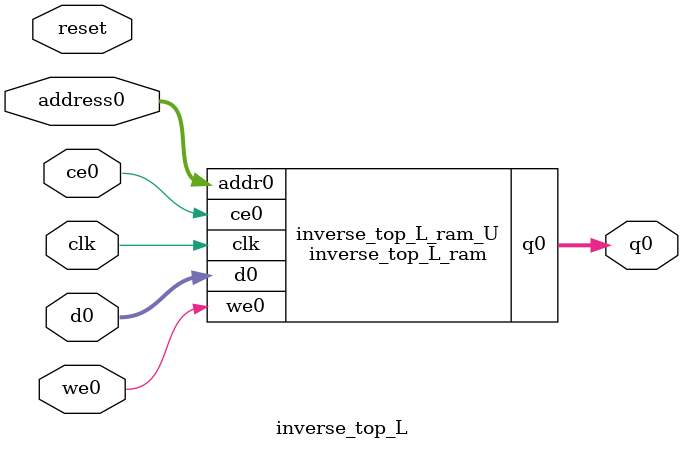
<source format=v>
`timescale 1 ns / 1 ps
module inverse_top_L_ram (addr0, ce0, d0, we0, q0,  clk);

parameter DWIDTH = 32;
parameter AWIDTH = 4;
parameter MEM_SIZE = 9;

input[AWIDTH-1:0] addr0;
input ce0;
input[DWIDTH-1:0] d0;
input we0;
output reg[DWIDTH-1:0] q0;
input clk;

(* ram_style = "distributed" *)reg [DWIDTH-1:0] ram[0:MEM_SIZE-1];




always @(posedge clk)  
begin 
    if (ce0) 
    begin
        if (we0) 
        begin 
            ram[addr0] <= d0; 
        end 
        q0 <= ram[addr0];
    end
end


endmodule

`timescale 1 ns / 1 ps
module inverse_top_L(
    reset,
    clk,
    address0,
    ce0,
    we0,
    d0,
    q0);

parameter DataWidth = 32'd32;
parameter AddressRange = 32'd9;
parameter AddressWidth = 32'd4;
input reset;
input clk;
input[AddressWidth - 1:0] address0;
input ce0;
input we0;
input[DataWidth - 1:0] d0;
output[DataWidth - 1:0] q0;



inverse_top_L_ram inverse_top_L_ram_U(
    .clk( clk ),
    .addr0( address0 ),
    .ce0( ce0 ),
    .we0( we0 ),
    .d0( d0 ),
    .q0( q0 ));

endmodule


</source>
